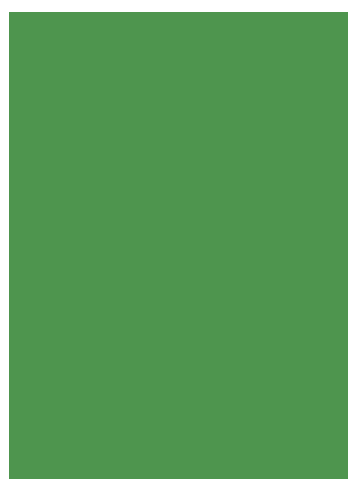
<source format=gbr>
G04 =======================================* 
G04 File Format: RS-274X * 
G04 Date:        April 03 2018 * 
G04 Time:        18:34:19 * 
G04 =======================================* 
G04 Format description *** 
G04 Code:          ASCII * 
G04 Unit:          Millimeter * 
G04 Coordinates:   Absolut * 
G04 Digits:        3.3-format * 
G04 Zeros skipped: Leading zeros omitted * 
G04 =======================================* 
%FSLAX33Y33*%
%MOMM*%
G90*
G71*
%LPD*%
G36*
G01X-14389Y-19796D02*
G01X14389Y-19796D01*
G01X14389Y19796D01*
G01X-14389Y19796D01*
G37*
M02* 
G04 End Of Gerber File* 

</source>
